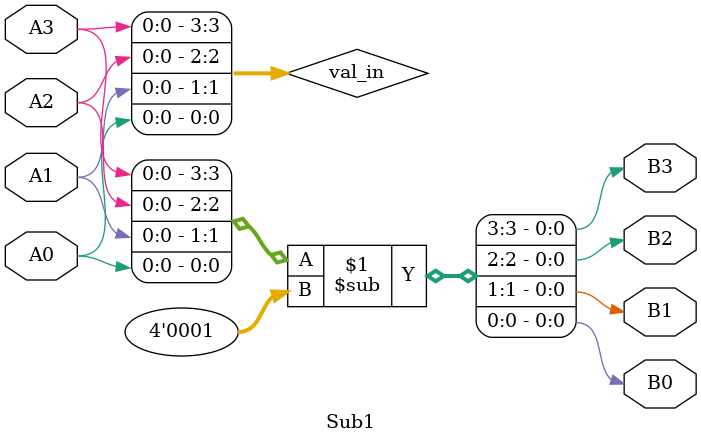
<source format=v>
module Sub1(A3, A2, A1, A0, B3, B2, B1, B0);

input A3, A2, A1,A0;
output B3,B2,B1,B0;
wire [3:0] val_in = {A3,A2,A1,A0};
assign {B3, B2, B1, B0} = {val_in - 4'd1};

endmodule
</source>
